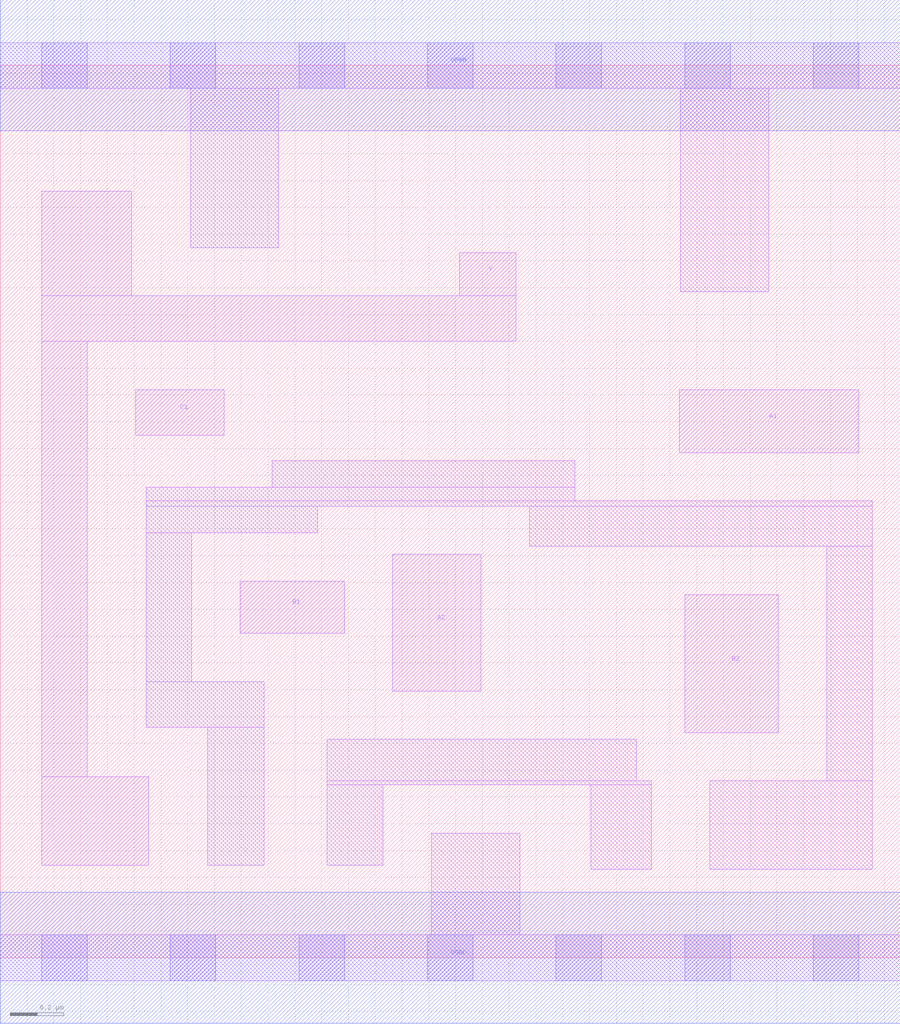
<source format=lef>
# Copyright 2020 The SkyWater PDK Authors
#
# Licensed under the Apache License, Version 2.0 (the "License");
# you may not use this file except in compliance with the License.
# You may obtain a copy of the License at
#
#     https://www.apache.org/licenses/LICENSE-2.0
#
# Unless required by applicable law or agreed to in writing, software
# distributed under the License is distributed on an "AS IS" BASIS,
# WITHOUT WARRANTIES OR CONDITIONS OF ANY KIND, either express or implied.
# See the License for the specific language governing permissions and
# limitations under the License.
#
# SPDX-License-Identifier: Apache-2.0

VERSION 5.7 ;
  NAMESCASESENSITIVE ON ;
  NOWIREEXTENSIONATPIN ON ;
  DIVIDERCHAR "/" ;
  BUSBITCHARS "[]" ;
UNITS
  DATABASE MICRONS 200 ;
END UNITS
MACRO sky130_fd_sc_lp__o221ai_m
  CLASS CORE ;
  SOURCE USER ;
  FOREIGN sky130_fd_sc_lp__o221ai_m ;
  ORIGIN  0.000000  0.000000 ;
  SIZE  3.360000 BY  3.330000 ;
  SYMMETRY X Y R90 ;
  SITE unit ;
  PIN A1
    ANTENNAGATEAREA  0.126000 ;
    DIRECTION INPUT ;
    USE SIGNAL ;
    PORT
      LAYER li1 ;
        RECT 2.535000 1.885000 3.205000 2.120000 ;
    END
  END A1
  PIN A2
    ANTENNAGATEAREA  0.126000 ;
    DIRECTION INPUT ;
    USE SIGNAL ;
    PORT
      LAYER li1 ;
        RECT 1.465000 0.995000 1.795000 1.505000 ;
    END
  END A2
  PIN B1
    ANTENNAGATEAREA  0.126000 ;
    DIRECTION INPUT ;
    USE SIGNAL ;
    PORT
      LAYER li1 ;
        RECT 0.895000 1.210000 1.285000 1.405000 ;
    END
  END B1
  PIN B2
    ANTENNAGATEAREA  0.126000 ;
    DIRECTION INPUT ;
    USE SIGNAL ;
    PORT
      LAYER li1 ;
        RECT 2.555000 0.840000 2.905000 1.355000 ;
    END
  END B2
  PIN C1
    ANTENNAGATEAREA  0.126000 ;
    DIRECTION INPUT ;
    USE SIGNAL ;
    PORT
      LAYER li1 ;
        RECT 0.505000 1.950000 0.835000 2.120000 ;
    END
  END C1
  PIN Y
    ANTENNADIFFAREA  0.441250 ;
    DIRECTION OUTPUT ;
    USE SIGNAL ;
    PORT
      LAYER li1 ;
        RECT 0.155000 0.345000 0.555000 0.675000 ;
        RECT 0.155000 0.675000 0.325000 2.300000 ;
        RECT 0.155000 2.300000 1.925000 2.470000 ;
        RECT 0.155000 2.470000 0.490000 2.860000 ;
        RECT 1.715000 2.470000 1.925000 2.630000 ;
    END
  END Y
  PIN VGND
    DIRECTION INOUT ;
    USE GROUND ;
    PORT
      LAYER met1 ;
        RECT 0.000000 -0.245000 3.360000 0.245000 ;
    END
  END VGND
  PIN VPWR
    DIRECTION INOUT ;
    USE POWER ;
    PORT
      LAYER met1 ;
        RECT 0.000000 3.085000 3.360000 3.575000 ;
    END
  END VPWR
  OBS
    LAYER li1 ;
      RECT 0.000000 -0.085000 3.360000 0.085000 ;
      RECT 0.000000  3.245000 3.360000 3.415000 ;
      RECT 0.545000  0.860000 0.985000 1.030000 ;
      RECT 0.545000  1.030000 0.715000 1.585000 ;
      RECT 0.545000  1.585000 1.185000 1.685000 ;
      RECT 0.545000  1.685000 3.255000 1.705000 ;
      RECT 0.545000  1.705000 2.145000 1.755000 ;
      RECT 0.710000  2.650000 1.040000 3.245000 ;
      RECT 0.775000  0.345000 0.985000 0.860000 ;
      RECT 1.015000  1.755000 2.145000 1.855000 ;
      RECT 1.220000  0.345000 1.430000 0.645000 ;
      RECT 1.220000  0.645000 2.430000 0.660000 ;
      RECT 1.220000  0.660000 2.375000 0.815000 ;
      RECT 1.610000  0.085000 1.940000 0.465000 ;
      RECT 1.975000  1.535000 3.255000 1.685000 ;
      RECT 2.205000  0.330000 2.430000 0.645000 ;
      RECT 2.540000  2.485000 2.870000 3.245000 ;
      RECT 2.650000  0.330000 3.255000 0.660000 ;
      RECT 3.085000  0.660000 3.255000 1.535000 ;
    LAYER mcon ;
      RECT 0.155000 -0.085000 0.325000 0.085000 ;
      RECT 0.155000  3.245000 0.325000 3.415000 ;
      RECT 0.635000 -0.085000 0.805000 0.085000 ;
      RECT 0.635000  3.245000 0.805000 3.415000 ;
      RECT 1.115000 -0.085000 1.285000 0.085000 ;
      RECT 1.115000  3.245000 1.285000 3.415000 ;
      RECT 1.595000 -0.085000 1.765000 0.085000 ;
      RECT 1.595000  3.245000 1.765000 3.415000 ;
      RECT 2.075000 -0.085000 2.245000 0.085000 ;
      RECT 2.075000  3.245000 2.245000 3.415000 ;
      RECT 2.555000 -0.085000 2.725000 0.085000 ;
      RECT 2.555000  3.245000 2.725000 3.415000 ;
      RECT 3.035000 -0.085000 3.205000 0.085000 ;
      RECT 3.035000  3.245000 3.205000 3.415000 ;
  END
END sky130_fd_sc_lp__o221ai_m

</source>
